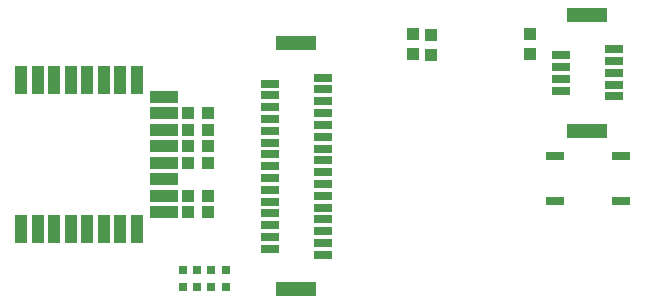
<source format=gtp>
G75*
%MOIN*%
%OFA0B0*%
%FSLAX25Y25*%
%IPPOS*%
%LPD*%
%AMOC8*
5,1,8,0,0,1.08239X$1,22.5*
%
%ADD10R,0.03150X0.03150*%
%ADD11R,0.03937X0.04331*%
%ADD12R,0.09646X0.03937*%
%ADD13R,0.03937X0.09646*%
%ADD14R,0.04331X0.03937*%
%ADD15R,0.05906X0.02756*%
%ADD16R,0.13386X0.05118*%
%ADD17R,0.06000X0.03000*%
D10*
X0099031Y0025634D03*
X0103756Y0025634D03*
X0108480Y0025634D03*
X0113205Y0025634D03*
X0113205Y0031539D03*
X0108480Y0031539D03*
X0103756Y0031539D03*
X0099031Y0031539D03*
D11*
X0100803Y0050634D03*
X0107496Y0050634D03*
X0107496Y0056146D03*
X0100803Y0056146D03*
X0100803Y0067169D03*
X0107496Y0067169D03*
X0107496Y0072681D03*
X0100803Y0072681D03*
X0100803Y0078193D03*
X0100803Y0083705D03*
X0107496Y0083705D03*
X0107496Y0078193D03*
D12*
X0092713Y0078193D03*
X0092713Y0083705D03*
X0092713Y0089217D03*
X0092713Y0072681D03*
X0092713Y0067169D03*
X0092713Y0061657D03*
X0092713Y0056146D03*
X0092713Y0050634D03*
D13*
X0045094Y0045142D03*
X0050606Y0045142D03*
X0056118Y0045142D03*
X0061630Y0045142D03*
X0067142Y0045142D03*
X0072654Y0045142D03*
X0078165Y0045142D03*
X0083677Y0045154D03*
X0083677Y0094709D03*
X0078165Y0094709D03*
X0072654Y0094709D03*
X0067142Y0094709D03*
X0061630Y0094709D03*
X0056118Y0094709D03*
X0050606Y0094709D03*
X0045094Y0094709D03*
D14*
X0175685Y0103280D03*
X0181709Y0103193D03*
X0181709Y0109886D03*
X0175685Y0109972D03*
X0214717Y0109972D03*
X0214717Y0103280D03*
D15*
X0224913Y0103023D03*
X0224913Y0099086D03*
X0224913Y0095149D03*
X0224913Y0091212D03*
X0242630Y0093180D03*
X0242630Y0089243D03*
X0242630Y0097117D03*
X0242630Y0101054D03*
X0242630Y0104991D03*
X0145652Y0095511D03*
X0145652Y0091574D03*
X0145652Y0087637D03*
X0145652Y0083700D03*
X0145652Y0079763D03*
X0145652Y0075826D03*
X0145652Y0071889D03*
X0145652Y0067952D03*
X0145652Y0064015D03*
X0145652Y0060078D03*
X0145652Y0056141D03*
X0145652Y0052204D03*
X0145652Y0048267D03*
X0145652Y0044330D03*
X0145652Y0040393D03*
X0145652Y0036456D03*
X0127935Y0038424D03*
X0127935Y0042361D03*
X0127935Y0046298D03*
X0127935Y0050235D03*
X0127935Y0054172D03*
X0127935Y0058109D03*
X0127935Y0062046D03*
X0127935Y0065983D03*
X0127935Y0069920D03*
X0127935Y0073857D03*
X0127935Y0077794D03*
X0127935Y0081731D03*
X0127935Y0085669D03*
X0127935Y0089606D03*
X0127935Y0093543D03*
D16*
X0136794Y0106928D03*
X0233772Y0116409D03*
X0233772Y0077826D03*
X0136794Y0025039D03*
D17*
X0222854Y0054461D03*
X0222854Y0069461D03*
X0244854Y0069461D03*
X0244854Y0054461D03*
M02*

</source>
